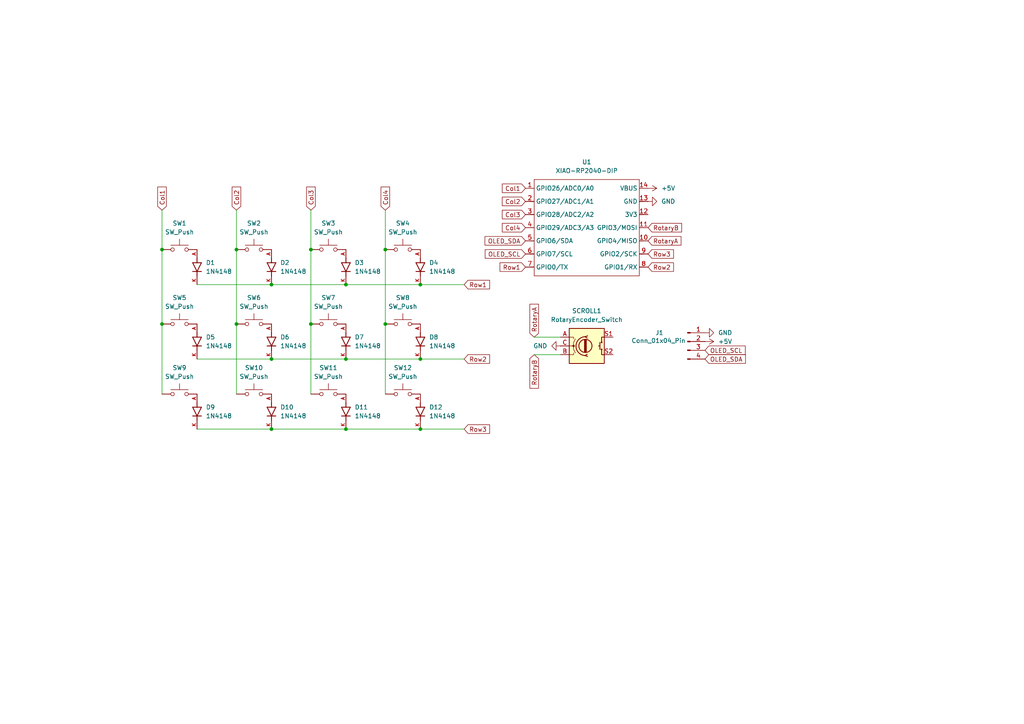
<source format=kicad_sch>
(kicad_sch (version 20250114) (generator "eeschema") (generator_version "9.0")
  (paper "A4")
  (lib_symbols
    (symbol "1N4148:1N4148" (pin_names (offset 1.016))
      (property "Reference" "D" (at -5.08 2.54 0))
      (property "Value" "1N4148" (at -5.08 -3.81 0))
      (symbol "1N4148_0_0"
        (polyline (pts (xy -2.54 0) (xy -1.27 0)) (stroke (width 0.254)))
        (polyline (pts (xy -1.27 1.27) (xy -1.27 0)) (stroke (width 0.254)))
        (polyline (pts (xy -1.27 0) (xy -1.27 -1.27)) (stroke (width 0.254)))
        (polyline (pts (xy -1.27 -1.27) (xy 1.27 0)) (stroke (width 0.254)))
        (polyline (pts (xy 1.27 1.27) (xy 1.27 0)) (stroke (width 0.254)))
        (polyline (pts (xy 1.27 0) (xy -1.27 1.27)) (stroke (width 0.254)))
        (polyline (pts (xy 1.27 0) (xy 1.27 -1.27)) (stroke (width 0.254)))
        (polyline (pts (xy 1.27 0) (xy 2.54 0)) (stroke (width 0.254)))
        (pin passive line (at -5.08 0 0) (length 2.54) (name "~") (number "A"))
        (pin passive line (at 5.08 0 180) (length 2.54) (name "~") (number "K"))
      )
    )
    (symbol "Connector:Conn_01x04_Pin" (pin_names (offset 1.016) (hide yes))
      (property "Reference" "J" (at 0 5.08 0))
      (property "Value" "Conn_01x04_Pin" (at 0 -7.62 0))
      (symbol "Conn_01x04_Pin_1_1"
        (rectangle (start 0.8636 2.667) (end 0 2.413) (stroke (width 0.1524)) (fill (type outline)))
        (rectangle (start 0.8636 0.127) (end 0 -0.127) (stroke (width 0.1524)) (fill (type outline)))
        (rectangle (start 0.8636 -2.413) (end 0 -2.667) (stroke (width 0.1524)) (fill (type outline)))
        (rectangle (start 0.8636 -4.953) (end 0 -5.207) (stroke (width 0.1524)) (fill (type outline)))
        (polyline (pts (xy 1.27 2.54) (xy 0.8636 2.54)) (stroke (width 0.1524)))
        (polyline (pts (xy 1.27 0) (xy 0.8636 0)) (stroke (width 0.1524)))
        (polyline (pts (xy 1.27 -2.54) (xy 0.8636 -2.54)) (stroke (width 0.1524)))
        (polyline (pts (xy 1.27 -5.08) (xy 0.8636 -5.08)) (stroke (width 0.1524)))
        (pin passive line (at 5.08 2.54 180) (length 3.81) (name "Pin_1") (number "1"))
        (pin passive line (at 5.08 0 180) (length 3.81) (name "Pin_2") (number "2"))
        (pin passive line (at 5.08 -2.54 180) (length 3.81) (name "Pin_3") (number "3"))
        (pin passive line (at 5.08 -5.08 180) (length 3.81) (name "Pin_4") (number "4"))
      )
    )
    (symbol "Device:RotaryEncoder_Switch" (pin_names (offset 0.254) (hide yes))
      (property "Reference" "SW" (at 0 6.604 0))
      (property "Value" "RotaryEncoder_Switch" (at 0 -6.604 0))
      (symbol "RotaryEncoder_Switch_0_1"
        (rectangle (start -5.08 5.08) (end 5.08 -5.08) (stroke (width 0.254)) (fill (type background)))
        (polyline (pts (xy -5.08 2.54) (xy -3.81 2.54) (xy -3.81 2.032)))
        (polyline (pts (xy -5.08 0) (xy -3.81 0) (xy -3.81 -1.016) (xy -3.302 -2.032)))
        (polyline (pts (xy -5.08 -2.54) (xy -3.81 -2.54) (xy -3.81 -2.032)))
        (polyline (pts (xy -4.318 0) (xy -3.81 0) (xy -3.81 1.016) (xy -3.302 2.032)))
        (circle (center -3.81 0) (radius 0.254) (fill (type outline)))
        (polyline (pts (xy -0.635 -1.778) (xy -0.635 1.778)) (stroke (width 0.254)))
        (circle (center -0.381 0) (radius 1.905) (stroke (width 0.254)))
        (polyline (pts (xy -0.381 -1.778) (xy -0.381 1.778)) (stroke (width 0.254)))
        (arc (start -0.381 -2.794) (mid -3.0988 -0.0635) (end -0.381 2.667) (stroke (width 0.254)))
        (polyline (pts (xy -0.127 1.778) (xy -0.127 -1.778)) (stroke (width 0.254)))
        (polyline (pts (xy 0.254 2.921) (xy -0.508 2.667) (xy 0.127 2.286)) (stroke (width 0.254)))
        (polyline (pts (xy 0.254 -3.048) (xy -0.508 -2.794) (xy 0.127 -2.413)) (stroke (width 0.254)))
        (polyline (pts (xy 3.81 1.016) (xy 3.81 -1.016)) (stroke (width 0.254)))
        (polyline (pts (xy 3.81 0) (xy 3.429 0)) (stroke (width 0.254)))
        (circle (center 4.318 1.016) (radius 0.127) (stroke (width 0.254)))
        (circle (center 4.318 -1.016) (radius 0.127) (stroke (width 0.254)))
        (polyline (pts (xy 5.08 2.54) (xy 4.318 2.54) (xy 4.318 1.016)) (stroke (width 0.254)))
        (polyline (pts (xy 5.08 -2.54) (xy 4.318 -2.54) (xy 4.318 -1.016)) (stroke (width 0.254)))
      )
      (symbol "RotaryEncoder_Switch_1_1"
        (pin passive line (at -7.62 2.54 0) (length 2.54) (name "A") (number "A"))
        (pin passive line (at -7.62 0 0) (length 2.54) (name "C") (number "C"))
        (pin passive line (at -7.62 -2.54 0) (length 2.54) (name "B") (number "B"))
        (pin passive line (at 7.62 2.54 180) (length 2.54) (name "S1") (number "S1"))
        (pin passive line (at 7.62 -2.54 180) (length 2.54) (name "S2") (number "S2"))
      )
    )
    (symbol "OPL:XIAO-RP2040-DIP"
      (property "Reference" "U" (at 0 0 0))
      (property "Value" "XIAO-RP2040-DIP" (at 5.334 -1.778 0))
      (symbol "XIAO-RP2040-DIP_1_0"
        (polyline (pts (xy -1.27 -2.54) (xy 29.21 -2.54)) (stroke (width 0.1524)))
        (polyline (pts (xy -1.27 -5.08) (xy -2.54 -5.08)) (stroke (width 0.1524)))
        (polyline (pts (xy -1.27 -5.08) (xy -1.27 -2.54)) (stroke (width 0.1524)))
        (polyline (pts (xy -1.27 -8.89) (xy -2.54 -8.89)) (stroke (width 0.1524)))
        (polyline (pts (xy -1.27 -8.89) (xy -1.27 -5.08)) (stroke (width 0.1524)))
        (polyline (pts (xy -1.27 -12.7) (xy -2.54 -12.7)) (stroke (width 0.1524)))
        (polyline (pts (xy -1.27 -12.7) (xy -1.27 -8.89)) (stroke (width 0.1524)))
        (polyline (pts (xy -1.27 -16.51) (xy -2.54 -16.51)) (stroke (width 0.1524)))
        (polyline (pts (xy -1.27 -16.51) (xy -1.27 -12.7)) (stroke (width 0.1524)))
        (polyline (pts (xy -1.27 -20.32) (xy -2.54 -20.32)) (stroke (width 0.1524)))
        (polyline (pts (xy -1.27 -24.13) (xy -2.54 -24.13)) (stroke (width 0.1524)))
        (polyline (pts (xy -1.27 -27.94) (xy -2.54 -27.94)) (stroke (width 0.1524)))
        (polyline (pts (xy -1.27 -30.48) (xy -1.27 -16.51)) (stroke (width 0.1524)))
        (polyline (pts (xy 29.21 -2.54) (xy 29.21 -5.08)) (stroke (width 0.1524)))
        (polyline (pts (xy 29.21 -5.08) (xy 29.21 -8.89)) (stroke (width 0.1524)))
        (polyline (pts (xy 29.21 -8.89) (xy 29.21 -12.7)) (stroke (width 0.1524)))
        (polyline (pts (xy 29.21 -12.7) (xy 29.21 -30.48)) (stroke (width 0.1524)))
        (polyline (pts (xy 29.21 -30.48) (xy -1.27 -30.48)) (stroke (width 0.1524)))
        (polyline (pts (xy 30.48 -5.08) (xy 29.21 -5.08)) (stroke (width 0.1524)))
        (polyline (pts (xy 30.48 -8.89) (xy 29.21 -8.89)) (stroke (width 0.1524)))
        (polyline (pts (xy 30.48 -12.7) (xy 29.21 -12.7)) (stroke (width 0.1524)))
        (polyline (pts (xy 30.48 -16.51) (xy 29.21 -16.51)) (stroke (width 0.1524)))
        (polyline (pts (xy 30.48 -20.32) (xy 29.21 -20.32)) (stroke (width 0.1524)))
        (polyline (pts (xy 30.48 -24.13) (xy 29.21 -24.13)) (stroke (width 0.1524)))
        (polyline (pts (xy 30.48 -27.94) (xy 29.21 -27.94)) (stroke (width 0.1524)))
        (pin passive line (at -3.81 -5.08 0) (length 2.54) (name "GPIO26/ADC0/A0") (number "1"))
        (pin passive line (at -3.81 -8.89 0) (length 2.54) (name "GPIO27/ADC1/A1") (number "2"))
        (pin passive line (at -3.81 -12.7 0) (length 2.54) (name "GPIO28/ADC2/A2") (number "3"))
        (pin passive line (at -3.81 -16.51 0) (length 2.54) (name "GPIO29/ADC3/A3") (number "4"))
        (pin passive line (at -3.81 -20.32 0) (length 2.54) (name "GPIO6/SDA") (number "5"))
        (pin passive line (at -3.81 -24.13 0) (length 2.54) (name "GPIO7/SCL") (number "6"))
        (pin passive line (at -3.81 -27.94 0) (length 2.54) (name "GPIO0/TX") (number "7"))
        (pin passive line (at 31.75 -5.08 180) (length 2.54) (name "VBUS") (number "14"))
        (pin passive line (at 31.75 -8.89 180) (length 2.54) (name "GND") (number "13"))
        (pin passive line (at 31.75 -12.7 180) (length 2.54) (name "3V3") (number "12"))
        (pin passive line (at 31.75 -16.51 180) (length 2.54) (name "GPIO3/MOSI") (number "11"))
        (pin passive line (at 31.75 -20.32 180) (length 2.54) (name "GPIO4/MISO") (number "10"))
        (pin passive line (at 31.75 -24.13 180) (length 2.54) (name "GPIO2/SCK") (number "9"))
        (pin passive line (at 31.75 -27.94 180) (length 2.54) (name "GPIO1/RX") (number "8"))
      )
    )
    (symbol "Switch:SW_Push" (pin_numbers (hide yes)) (pin_names (offset 1.016) (hide yes))
      (property "Reference" "SW" (at 1.27 2.54 0))
      (property "Value" "SW_Push" (at 0 -1.524 0))
      (symbol "SW_Push_0_1"
        (circle (center -2.032 0) (radius 0.508))
        (polyline (pts (xy 0 1.27) (xy 0 3.048)))
        (circle (center 2.032 0) (radius 0.508))
        (polyline (pts (xy 2.54 1.27) (xy -2.54 1.27)))
        (pin passive line (at -5.08 0 0) (length 2.54) (name "1") (number "1"))
        (pin passive line (at 5.08 0 180) (length 2.54) (name "2") (number "2"))
      )
    )
    (symbol "power:+5V" (power) (pin_numbers (hide yes)) (pin_names (offset 0) (hide yes))
      (property "Value" "+5V" (at 0 3.556 0))
      (symbol "+5V_0_1"
        (polyline (pts (xy -0.762 1.27) (xy 0 2.54)))
        (polyline (pts (xy 0 2.54) (xy 0.762 1.27)))
        (polyline (pts (xy 0 0) (xy 0 2.54)))
      )
      (symbol "+5V_1_1"
        (pin power_in line (at 0 0 90) (length 0) (name "~") (number "1"))
      )
    )
    (symbol "power:GND" (power) (pin_numbers (hide yes)) (pin_names (offset 0) (hide yes))
      (property "Value" "GND" (at 0 -3.81 0))
      (symbol "GND_0_1"
        (polyline (pts (xy 0 0) (xy 0 -1.27) (xy 1.27 -1.27) (xy 0 -2.54) (xy -1.27 -1.27) (xy 0 -1.27)))
      )
      (symbol "GND_1_1"
        (pin power_in line (at 0 0 270) (length 0) (name "~") (number "1"))
      )
    )
  )
  (junction (at 121.92 104.14))
  (junction (at 78.74 124.46))
  (junction (at 100.33 104.14))
  (junction (at 68.58 72.39))
  (junction (at 121.92 82.55))
  (junction (at 46.99 93.98))
  (junction (at 111.76 72.39))
  (junction (at 78.74 104.14))
  (junction (at 100.33 82.55))
  (junction (at 68.58 93.98))
  (junction (at 46.99 72.39))
  (junction (at 100.33 124.46))
  (junction (at 90.17 72.39))
  (junction (at 90.17 93.98))
  (junction (at 121.92 124.46))
  (junction (at 78.74 82.55))
  (junction (at 111.76 93.98))
  (wire (pts (xy 46.99 93.98) (xy 46.99 114.3)))
  (wire (pts (xy 57.15 104.14) (xy 78.74 104.14)))
  (wire (pts (xy 68.58 93.98) (xy 68.58 114.3)))
  (wire (pts (xy 57.15 82.55) (xy 78.74 82.55)))
  (wire (pts (xy 90.17 60.96) (xy 90.17 72.39)))
  (wire (pts (xy 121.92 104.14) (xy 134.62 104.14)))
  (wire (pts (xy 68.58 60.96) (xy 68.58 72.39)))
  (wire (pts (xy 154.94 102.87) (xy 162.56 102.87)))
  (wire (pts (xy 78.74 124.46) (xy 100.33 124.46)))
  (wire (pts (xy 154.94 97.79) (xy 162.56 97.79)))
  (wire (pts (xy 78.74 82.55) (xy 100.33 82.55)))
  (wire (pts (xy 57.15 124.46) (xy 78.74 124.46)))
  (wire (pts (xy 90.17 72.39) (xy 90.17 93.98)))
  (wire (pts (xy 68.58 72.39) (xy 68.58 93.98)))
  (wire (pts (xy 46.99 60.96) (xy 46.99 72.39)))
  (wire (pts (xy 121.92 124.46) (xy 134.62 124.46)))
  (wire (pts (xy 111.76 72.39) (xy 111.76 93.98)))
  (wire (pts (xy 111.76 60.96) (xy 111.76 72.39)))
  (wire (pts (xy 100.33 82.55) (xy 121.92 82.55)))
  (wire (pts (xy 90.17 93.98) (xy 90.17 114.3)))
  (wire (pts (xy 121.92 82.55) (xy 134.62 82.55)))
  (wire (pts (xy 78.74 104.14) (xy 100.33 104.14)))
  (wire (pts (xy 46.99 72.39) (xy 46.99 93.98)))
  (wire (pts (xy 100.33 104.14) (xy 121.92 104.14)))
  (wire (pts (xy 100.33 124.46) (xy 121.92 124.46)))
  (wire (pts (xy 111.76 93.98) (xy 111.76 114.3)))
  (global_label "Col1" (shape input) (at 152.4 54.61 180) (property "Intersheetrefs" "${INTERSHEET_REFS}" (effects (hide yes))))
  (global_label "RotaryB" (shape input) (at 154.94 102.87 270) (property "Intersheetrefs" "${INTERSHEET_REFS}" (effects (hide yes))))
  (global_label "Col4" (shape input) (at 111.76 60.96 90) (property "Intersheetrefs" "${INTERSHEET_REFS}" (effects (hide yes))))
  (global_label "OLED_SCL" (shape input) (at 204.47 101.6 0) (property "Intersheetrefs" "${INTERSHEET_REFS}" (effects (hide yes))))
  (global_label "RotaryA" (shape input) (at 187.96 69.85 0) (property "Intersheetrefs" "${INTERSHEET_REFS}" (effects (hide yes))))
  (global_label "Row3" (shape input) (at 187.96 73.66 0) (property "Intersheetrefs" "${INTERSHEET_REFS}" (effects (hide yes))))
  (global_label "Col1" (shape input) (at 46.99 60.96 90) (property "Intersheetrefs" "${INTERSHEET_REFS}" (effects (hide yes))))
  (global_label "OLED_SCL" (shape input) (at 152.4 73.66 180) (property "Intersheetrefs" "${INTERSHEET_REFS}" (effects (hide yes))))
  (global_label "Col2" (shape input) (at 68.58 60.96 90) (property "Intersheetrefs" "${INTERSHEET_REFS}" (effects (hide yes))))
  (global_label "Col4" (shape input) (at 152.4 66.04 180) (property "Intersheetrefs" "${INTERSHEET_REFS}" (effects (hide yes))))
  (global_label "RotaryB" (shape input) (at 187.96 66.04 0) (property "Intersheetrefs" "${INTERSHEET_REFS}" (effects (hide yes))))
  (global_label "Row2" (shape input) (at 134.62 104.14 0) (property "Intersheetrefs" "${INTERSHEET_REFS}" (effects (hide yes))))
  (global_label "Row1" (shape input) (at 134.62 82.55 0) (property "Intersheetrefs" "${INTERSHEET_REFS}" (effects (hide yes))))
  (global_label "RotaryA" (shape input) (at 154.94 97.79 90) (property "Intersheetrefs" "${INTERSHEET_REFS}" (effects (hide yes))))
  (global_label "Row2" (shape input) (at 187.96 77.47 0) (property "Intersheetrefs" "${INTERSHEET_REFS}" (effects (hide yes))))
  (global_label "Col3" (shape input) (at 90.17 60.96 90) (property "Intersheetrefs" "${INTERSHEET_REFS}" (effects (hide yes))))
  (global_label "Col3" (shape input) (at 152.4 62.23 180) (property "Intersheetrefs" "${INTERSHEET_REFS}" (effects (hide yes))))
  (global_label "Row1" (shape input) (at 152.4 77.47 180) (property "Intersheetrefs" "${INTERSHEET_REFS}" (effects (hide yes))))
  (global_label "OLED_SDA" (shape input) (at 152.4 69.85 180) (property "Intersheetrefs" "${INTERSHEET_REFS}" (effects (hide yes))))
  (global_label "Row3" (shape input) (at 134.62 124.46 0) (property "Intersheetrefs" "${INTERSHEET_REFS}" (effects (hide yes))))
  (global_label "OLED_SDA" (shape input) (at 204.47 104.14 0) (property "Intersheetrefs" "${INTERSHEET_REFS}" (effects (hide yes))))
  (global_label "Col2" (shape input) (at 152.4 58.42 180) (property "Intersheetrefs" "${INTERSHEET_REFS}" (effects (hide yes))))
  (symbol (lib_id "1N4148:1N4148") (at 121.92 99.06 270) (unit 1)
    (property "Reference" "D8" (at 124.46 97.7899 90) (effects (justify left)))
    (property "Value" "1N4148" (at 124.46 100.3299 90) (effects (justify left)))
    (property "Footprint" "1N4148:DIOAD753W49L380D172B" (effects (hide yes)))
    (property "MF" "onsemi" (effects (hide yes)))
    (property "MAXIMUM_PACKAGE_HEIGHT" "1.91mm" (effects (hide yes)))
    (property "Package" "AXIAL LEAD-2 ON Semiconductor" (effects (hide yes)))
    (property "Price" "None" (effects (hide yes)))
    (property "Check_prices" "https://www.snapeda.com/parts/1N4148/Onsemi/view-part/?ref=eda" (effects (hide yes)))
    (property "STANDARD" "IPC-7351B" (effects (hide yes)))
    (property "PARTREV" "5" (effects (hide yes)))
    (property "SnapEDA_Link" "https://www.snapeda.com/parts/1N4148/Onsemi/view-part/?ref=snap" (effects (hide yes)))
    (property "MP" "1N4148" (effects (hide yes)))
    (property "Description_1" "Diode Standard 75V 200mA Surface Mount SOD-523F" (effects (hide yes)))
    (property "Availability" "In Stock" (effects (hide yes)))
    (property "MANUFACTURER" "Onsemi" (effects (hide yes)))
  )
  (symbol (lib_id "Device:RotaryEncoder_Switch") (at 170.18 100.33 0) (unit 1)
    (property "Reference" "SCROLL1" (at 170.18 90.17 0))
    (property "Value" "RotaryEncoder_Switch" (at 170.18 92.71 0))
    (property "Footprint" "Rotary_Encoder:RotaryEncoder_Alps_EC11E-Switch_Vertical_H20mm" (effects (hide yes)))
    (property "Description" "Rotary encoder, dual channel, incremental quadrate outputs, with switch" (effects (hide yes)))
  )
  (symbol (lib_id "Switch:SW_Push") (at 116.84 72.39 0) (unit 1)
    (property "Reference" "SW4" (at 116.84 64.77 0))
    (property "Value" "SW_Push" (at 116.84 67.31 0))
    (property "Footprint" "Button_Switch_Keyboard:SW_Cherry_MX_1.00u_PCB" (effects (hide yes)))
    (property "Description" "Push button switch, generic, two pins" (effects (hide yes)))
  )
  (symbol (lib_id "Switch:SW_Push") (at 95.25 72.39 0) (unit 1)
    (property "Reference" "SW3" (at 95.25 64.77 0))
    (property "Value" "SW_Push" (at 95.25 67.31 0))
    (property "Footprint" "Button_Switch_Keyboard:SW_Cherry_MX_1.00u_PCB" (effects (hide yes)))
    (property "Description" "Push button switch, generic, two pins" (effects (hide yes)))
  )
  (symbol (lib_id "Switch:SW_Push") (at 73.66 72.39 0) (unit 1)
    (property "Reference" "SW2" (at 73.66 64.77 0))
    (property "Value" "SW_Push" (at 73.66 67.31 0))
    (property "Footprint" "Button_Switch_Keyboard:SW_Cherry_MX_1.00u_PCB" (effects (hide yes)))
    (property "Description" "Push button switch, generic, two pins" (effects (hide yes)))
  )
  (symbol (lib_id "Switch:SW_Push") (at 116.84 114.3 0) (unit 1)
    (property "Reference" "SW12" (at 116.84 106.68 0))
    (property "Value" "SW_Push" (at 116.84 109.22 0))
    (property "Footprint" "Button_Switch_Keyboard:SW_Cherry_MX_1.00u_PCB" (effects (hide yes)))
    (property "Description" "Push button switch, generic, two pins" (effects (hide yes)))
  )
  (symbol (lib_id "1N4148:1N4148") (at 57.15 99.06 270) (unit 1)
    (property "Reference" "D5" (at 59.69 97.7899 90) (effects (justify left)))
    (property "Value" "1N4148" (at 59.69 100.3299 90) (effects (justify left)))
    (property "Footprint" "1N4148:DIOAD753W49L380D172B" (effects (hide yes)))
    (property "MF" "onsemi" (effects (hide yes)))
    (property "MAXIMUM_PACKAGE_HEIGHT" "1.91mm" (effects (hide yes)))
    (property "Package" "AXIAL LEAD-2 ON Semiconductor" (effects (hide yes)))
    (property "Price" "None" (effects (hide yes)))
    (property "Check_prices" "https://www.snapeda.com/parts/1N4148/Onsemi/view-part/?ref=eda" (effects (hide yes)))
    (property "STANDARD" "IPC-7351B" (effects (hide yes)))
    (property "PARTREV" "5" (effects (hide yes)))
    (property "SnapEDA_Link" "https://www.snapeda.com/parts/1N4148/Onsemi/view-part/?ref=snap" (effects (hide yes)))
    (property "MP" "1N4148" (effects (hide yes)))
    (property "Description_1" "Diode Standard 75V 200mA Surface Mount SOD-523F" (effects (hide yes)))
    (property "Availability" "In Stock" (effects (hide yes)))
    (property "MANUFACTURER" "Onsemi" (effects (hide yes)))
  )
  (symbol (lib_id "Switch:SW_Push") (at 95.25 114.3 0) (unit 1)
    (property "Reference" "SW11" (at 95.25 106.68 0))
    (property "Value" "SW_Push" (at 95.25 109.22 0))
    (property "Footprint" "Button_Switch_Keyboard:SW_Cherry_MX_1.00u_PCB" (effects (hide yes)))
    (property "Description" "Push button switch, generic, two pins" (effects (hide yes)))
  )
  (symbol (lib_id "1N4148:1N4148") (at 121.92 119.38 270) (unit 1)
    (property "Reference" "D12" (at 124.46 118.1099 90) (effects (justify left)))
    (property "Value" "1N4148" (at 124.46 120.6499 90) (effects (justify left)))
    (property "Footprint" "1N4148:DIOAD753W49L380D172B" (effects (hide yes)))
    (property "MF" "onsemi" (effects (hide yes)))
    (property "MAXIMUM_PACKAGE_HEIGHT" "1.91mm" (effects (hide yes)))
    (property "Package" "AXIAL LEAD-2 ON Semiconductor" (effects (hide yes)))
    (property "Price" "None" (effects (hide yes)))
    (property "Check_prices" "https://www.snapeda.com/parts/1N4148/Onsemi/view-part/?ref=eda" (effects (hide yes)))
    (property "STANDARD" "IPC-7351B" (effects (hide yes)))
    (property "PARTREV" "5" (effects (hide yes)))
    (property "SnapEDA_Link" "https://www.snapeda.com/parts/1N4148/Onsemi/view-part/?ref=snap" (effects (hide yes)))
    (property "MP" "1N4148" (effects (hide yes)))
    (property "Description_1" "Diode Standard 75V 200mA Surface Mount SOD-523F" (effects (hide yes)))
    (property "Availability" "In Stock" (effects (hide yes)))
    (property "MANUFACTURER" "Onsemi" (effects (hide yes)))
  )
  (symbol (lib_id "power:GND") (at 187.96 58.42 90) (unit 1)
    (property "Reference" "#PWR04" (effects (hide yes)))
    (property "Value" "GND" (at 191.77 58.4199 90) (effects (justify right)))
    (property "Description" "Power symbol creates a global label with name \"GND\" , ground" (effects (hide yes)))
  )
  (symbol (lib_id "1N4148:1N4148") (at 78.74 119.38 270) (unit 1)
    (property "Reference" "D10" (at 81.28 118.1099 90) (effects (justify left)))
    (property "Value" "1N4148" (at 81.28 120.6499 90) (effects (justify left)))
    (property "Footprint" "1N4148:DIOAD753W49L380D172B" (effects (hide yes)))
    (property "MF" "onsemi" (effects (hide yes)))
    (property "MAXIMUM_PACKAGE_HEIGHT" "1.91mm" (effects (hide yes)))
    (property "Package" "AXIAL LEAD-2 ON Semiconductor" (effects (hide yes)))
    (property "Price" "None" (effects (hide yes)))
    (property "Check_prices" "https://www.snapeda.com/parts/1N4148/Onsemi/view-part/?ref=eda" (effects (hide yes)))
    (property "STANDARD" "IPC-7351B" (effects (hide yes)))
    (property "PARTREV" "5" (effects (hide yes)))
    (property "SnapEDA_Link" "https://www.snapeda.com/parts/1N4148/Onsemi/view-part/?ref=snap" (effects (hide yes)))
    (property "MP" "1N4148" (effects (hide yes)))
    (property "Description_1" "Diode Standard 75V 200mA Surface Mount SOD-523F" (effects (hide yes)))
    (property "Availability" "In Stock" (effects (hide yes)))
    (property "MANUFACTURER" "Onsemi" (effects (hide yes)))
  )
  (symbol (lib_id "Switch:SW_Push") (at 52.07 72.39 0) (unit 1)
    (property "Reference" "SW1" (at 52.07 64.77 0))
    (property "Value" "SW_Push" (at 52.07 67.31 0))
    (property "Footprint" "Button_Switch_Keyboard:SW_Cherry_MX_1.00u_PCB" (effects (hide yes)))
    (property "Description" "Push button switch, generic, two pins" (effects (hide yes)))
  )
  (symbol (lib_id "1N4148:1N4148") (at 57.15 119.38 270) (unit 1)
    (property "Reference" "D9" (at 59.69 118.1099 90) (effects (justify left)))
    (property "Value" "1N4148" (at 59.69 120.6499 90) (effects (justify left)))
    (property "Footprint" "1N4148:DIOAD753W49L380D172B" (effects (hide yes)))
    (property "MF" "onsemi" (effects (hide yes)))
    (property "MAXIMUM_PACKAGE_HEIGHT" "1.91mm" (effects (hide yes)))
    (property "Package" "AXIAL LEAD-2 ON Semiconductor" (effects (hide yes)))
    (property "Price" "None" (effects (hide yes)))
    (property "Check_prices" "https://www.snapeda.com/parts/1N4148/Onsemi/view-part/?ref=eda" (effects (hide yes)))
    (property "STANDARD" "IPC-7351B" (effects (hide yes)))
    (property "PARTREV" "5" (effects (hide yes)))
    (property "SnapEDA_Link" "https://www.snapeda.com/parts/1N4148/Onsemi/view-part/?ref=snap" (effects (hide yes)))
    (property "MP" "1N4148" (effects (hide yes)))
    (property "Description_1" "Diode Standard 75V 200mA Surface Mount SOD-523F" (effects (hide yes)))
    (property "Availability" "In Stock" (effects (hide yes)))
    (property "MANUFACTURER" "Onsemi" (effects (hide yes)))
  )
  (symbol (lib_id "1N4148:1N4148") (at 100.33 77.47 270) (unit 1)
    (property "Reference" "D3" (at 102.87 76.1999 90) (effects (justify left)))
    (property "Value" "1N4148" (at 102.87 78.7399 90) (effects (justify left)))
    (property "Footprint" "1N4148:DIOAD753W49L380D172B" (effects (hide yes)))
    (property "MF" "onsemi" (effects (hide yes)))
    (property "MAXIMUM_PACKAGE_HEIGHT" "1.91mm" (effects (hide yes)))
    (property "Package" "AXIAL LEAD-2 ON Semiconductor" (effects (hide yes)))
    (property "Price" "None" (effects (hide yes)))
    (property "Check_prices" "https://www.snapeda.com/parts/1N4148/Onsemi/view-part/?ref=eda" (effects (hide yes)))
    (property "STANDARD" "IPC-7351B" (effects (hide yes)))
    (property "PARTREV" "5" (effects (hide yes)))
    (property "SnapEDA_Link" "https://www.snapeda.com/parts/1N4148/Onsemi/view-part/?ref=snap" (effects (hide yes)))
    (property "MP" "1N4148" (effects (hide yes)))
    (property "Description_1" "Diode Standard 75V 200mA Surface Mount SOD-523F" (effects (hide yes)))
    (property "Availability" "In Stock" (effects (hide yes)))
    (property "MANUFACTURER" "Onsemi" (effects (hide yes)))
  )
  (symbol (lib_id "power:+5V") (at 204.47 99.06 270) (unit 1)
    (property "Reference" "#PWR01" (effects (hide yes)))
    (property "Value" "+5V" (at 208.28 99.0599 90) (effects (justify left)))
    (property "Description" "Power symbol creates a global label with name \"+5V\"" (effects (hide yes)))
  )
  (symbol (lib_id "Connector:Conn_01x04_Pin") (at 199.39 99.06 0) (unit 1)
    (property "Reference" "J1" (at 191.262 96.52 0))
    (property "Value" "Conn_01x04_Pin" (at 191.008 98.806 0))
    (property "Footprint" "OLED Display:SSD1306-0.91-OLED-4pin-128x32" (effects (hide yes)))
    (property "Description" "Generic connector, single row, 01x04, script generated" (effects (hide yes)))
  )
  (symbol (lib_id "1N4148:1N4148") (at 121.92 77.47 270) (unit 1)
    (property "Reference" "D4" (at 124.46 76.1999 90) (effects (justify left)))
    (property "Value" "1N4148" (at 124.46 78.7399 90) (effects (justify left)))
    (property "Footprint" "1N4148:DIOAD753W49L380D172B" (effects (hide yes)))
    (property "MF" "onsemi" (effects (hide yes)))
    (property "MAXIMUM_PACKAGE_HEIGHT" "1.91mm" (effects (hide yes)))
    (property "Package" "AXIAL LEAD-2 ON Semiconductor" (effects (hide yes)))
    (property "Price" "None" (effects (hide yes)))
    (property "Check_prices" "https://www.snapeda.com/parts/1N4148/Onsemi/view-part/?ref=eda" (effects (hide yes)))
    (property "STANDARD" "IPC-7351B" (effects (hide yes)))
    (property "PARTREV" "5" (effects (hide yes)))
    (property "SnapEDA_Link" "https://www.snapeda.com/parts/1N4148/Onsemi/view-part/?ref=snap" (effects (hide yes)))
    (property "MP" "1N4148" (effects (hide yes)))
    (property "Description_1" "Diode Standard 75V 200mA Surface Mount SOD-523F" (effects (hide yes)))
    (property "Availability" "In Stock" (effects (hide yes)))
    (property "MANUFACTURER" "Onsemi" (effects (hide yes)))
  )
  (symbol (lib_id "Switch:SW_Push") (at 52.07 114.3 0) (unit 1)
    (property "Reference" "SW9" (at 52.07 106.68 0))
    (property "Value" "SW_Push" (at 52.07 109.22 0))
    (property "Footprint" "Button_Switch_Keyboard:SW_Cherry_MX_1.00u_PCB" (effects (hide yes)))
    (property "Description" "Push button switch, generic, two pins" (effects (hide yes)))
  )
  (symbol (lib_id "1N4148:1N4148") (at 78.74 99.06 270) (unit 1)
    (property "Reference" "D6" (at 81.28 97.7899 90) (effects (justify left)))
    (property "Value" "1N4148" (at 81.28 100.3299 90) (effects (justify left)))
    (property "Footprint" "1N4148:DIOAD753W49L380D172B" (effects (hide yes)))
    (property "MF" "onsemi" (effects (hide yes)))
    (property "MAXIMUM_PACKAGE_HEIGHT" "1.91mm" (effects (hide yes)))
    (property "Package" "AXIAL LEAD-2 ON Semiconductor" (effects (hide yes)))
    (property "Price" "None" (effects (hide yes)))
    (property "Check_prices" "https://www.snapeda.com/parts/1N4148/Onsemi/view-part/?ref=eda" (effects (hide yes)))
    (property "STANDARD" "IPC-7351B" (effects (hide yes)))
    (property "PARTREV" "5" (effects (hide yes)))
    (property "SnapEDA_Link" "https://www.snapeda.com/parts/1N4148/Onsemi/view-part/?ref=snap" (effects (hide yes)))
    (property "MP" "1N4148" (effects (hide yes)))
    (property "Description_1" "Diode Standard 75V 200mA Surface Mount SOD-523F" (effects (hide yes)))
    (property "Availability" "In Stock" (effects (hide yes)))
    (property "MANUFACTURER" "Onsemi" (effects (hide yes)))
  )
  (symbol (lib_id "OPL:XIAO-RP2040-DIP") (at 156.21 49.53 0) (unit 1)
    (property "Reference" "U1" (at 170.18 46.99 0))
    (property "Value" "XIAO-RP2040-DIP" (at 170.18 49.53 0))
    (property "Footprint" "OPL:XIAO-RP2040-DIP" (effects (hide yes)))
  )
  (symbol (lib_id "Switch:SW_Push") (at 52.07 93.98 0) (unit 1)
    (property "Reference" "SW5" (at 52.07 86.36 0))
    (property "Value" "SW_Push" (at 52.07 88.9 0))
    (property "Footprint" "Button_Switch_Keyboard:SW_Cherry_MX_1.00u_PCB" (effects (hide yes)))
    (property "Description" "Push button switch, generic, two pins" (effects (hide yes)))
  )
  (symbol (lib_id "Switch:SW_Push") (at 73.66 93.98 0) (unit 1)
    (property "Reference" "SW6" (at 73.66 86.36 0))
    (property "Value" "SW_Push" (at 73.66 88.9 0))
    (property "Footprint" "Button_Switch_Keyboard:SW_Cherry_MX_1.00u_PCB" (effects (hide yes)))
    (property "Description" "Push button switch, generic, two pins" (effects (hide yes)))
  )
  (symbol (lib_id "1N4148:1N4148") (at 100.33 119.38 270) (unit 1)
    (property "Reference" "D11" (at 102.87 118.1099 90) (effects (justify left)))
    (property "Value" "1N4148" (at 102.87 120.6499 90) (effects (justify left)))
    (property "Footprint" "1N4148:DIOAD753W49L380D172B" (effects (hide yes)))
    (property "MF" "onsemi" (effects (hide yes)))
    (property "MAXIMUM_PACKAGE_HEIGHT" "1.91mm" (effects (hide yes)))
    (property "Package" "AXIAL LEAD-2 ON Semiconductor" (effects (hide yes)))
    (property "Price" "None" (effects (hide yes)))
    (property "Check_prices" "https://www.snapeda.com/parts/1N4148/Onsemi/view-part/?ref=eda" (effects (hide yes)))
    (property "STANDARD" "IPC-7351B" (effects (hide yes)))
    (property "PARTREV" "5" (effects (hide yes)))
    (property "SnapEDA_Link" "https://www.snapeda.com/parts/1N4148/Onsemi/view-part/?ref=snap" (effects (hide yes)))
    (property "MP" "1N4148" (effects (hide yes)))
    (property "Description_1" "Diode Standard 75V 200mA Surface Mount SOD-523F" (effects (hide yes)))
    (property "Availability" "In Stock" (effects (hide yes)))
    (property "MANUFACTURER" "Onsemi" (effects (hide yes)))
  )
  (symbol (lib_id "power:GND") (at 204.47 96.52 90) (unit 1)
    (property "Reference" "#PWR02" (effects (hide yes)))
    (property "Value" "GND" (at 208.28 96.5199 90) (effects (justify right)))
    (property "Description" "Power symbol creates a global label with name \"GND\" , ground" (effects (hide yes)))
  )
  (symbol (lib_id "1N4148:1N4148") (at 78.74 77.47 270) (unit 1)
    (property "Reference" "D2" (at 81.28 76.1999 90) (effects (justify left)))
    (property "Value" "1N4148" (at 81.28 78.7399 90) (effects (justify left)))
    (property "Footprint" "1N4148:DIOAD753W49L380D172B" (effects (hide yes)))
    (property "MF" "onsemi" (effects (hide yes)))
    (property "MAXIMUM_PACKAGE_HEIGHT" "1.91mm" (effects (hide yes)))
    (property "Package" "AXIAL LEAD-2 ON Semiconductor" (effects (hide yes)))
    (property "Price" "None" (effects (hide yes)))
    (property "Check_prices" "https://www.snapeda.com/parts/1N4148/Onsemi/view-part/?ref=eda" (effects (hide yes)))
    (property "STANDARD" "IPC-7351B" (effects (hide yes)))
    (property "PARTREV" "5" (effects (hide yes)))
    (property "SnapEDA_Link" "https://www.snapeda.com/parts/1N4148/Onsemi/view-part/?ref=snap" (effects (hide yes)))
    (property "MP" "1N4148" (effects (hide yes)))
    (property "Description_1" "Diode Standard 75V 200mA Surface Mount SOD-523F" (effects (hide yes)))
    (property "Availability" "In Stock" (effects (hide yes)))
    (property "MANUFACTURER" "Onsemi" (effects (hide yes)))
  )
  (symbol (lib_id "Switch:SW_Push") (at 95.25 93.98 0) (unit 1)
    (property "Reference" "SW7" (at 95.25 86.36 0))
    (property "Value" "SW_Push" (at 95.25 88.9 0))
    (property "Footprint" "Button_Switch_Keyboard:SW_Cherry_MX_1.00u_PCB" (effects (hide yes)))
    (property "Description" "Push button switch, generic, two pins" (effects (hide yes)))
  )
  (symbol (lib_id "1N4148:1N4148") (at 100.33 99.06 270) (unit 1)
    (property "Reference" "D7" (at 102.87 97.7899 90) (effects (justify left)))
    (property "Value" "1N4148" (at 102.87 100.3299 90) (effects (justify left)))
    (property "Footprint" "1N4148:DIOAD753W49L380D172B" (effects (hide yes)))
    (property "MF" "onsemi" (effects (hide yes)))
    (property "MAXIMUM_PACKAGE_HEIGHT" "1.91mm" (effects (hide yes)))
    (property "Package" "AXIAL LEAD-2 ON Semiconductor" (effects (hide yes)))
    (property "Price" "None" (effects (hide yes)))
    (property "Check_prices" "https://www.snapeda.com/parts/1N4148/Onsemi/view-part/?ref=eda" (effects (hide yes)))
    (property "STANDARD" "IPC-7351B" (effects (hide yes)))
    (property "PARTREV" "5" (effects (hide yes)))
    (property "SnapEDA_Link" "https://www.snapeda.com/parts/1N4148/Onsemi/view-part/?ref=snap" (effects (hide yes)))
    (property "MP" "1N4148" (effects (hide yes)))
    (property "Description_1" "Diode Standard 75V 200mA Surface Mount SOD-523F" (effects (hide yes)))
    (property "Availability" "In Stock" (effects (hide yes)))
    (property "MANUFACTURER" "Onsemi" (effects (hide yes)))
  )
  (symbol (lib_id "power:+5V") (at 187.96 54.61 270) (unit 1)
    (property "Reference" "#PWR03" (effects (hide yes)))
    (property "Value" "+5V" (at 191.77 54.6099 90) (effects (justify left)))
    (property "Description" "Power symbol creates a global label with name \"+5V\"" (effects (hide yes)))
  )
  (symbol (lib_id "Switch:SW_Push") (at 73.66 114.3 0) (unit 1)
    (property "Reference" "SW10" (at 73.66 106.68 0))
    (property "Value" "SW_Push" (at 73.66 109.22 0))
    (property "Footprint" "Button_Switch_Keyboard:SW_Cherry_MX_1.00u_PCB" (effects (hide yes)))
    (property "Description" "Push button switch, generic, two pins" (effects (hide yes)))
  )
  (symbol (lib_id "Switch:SW_Push") (at 116.84 93.98 0) (unit 1)
    (property "Reference" "SW8" (at 116.84 86.36 0))
    (property "Value" "SW_Push" (at 116.84 88.9 0))
    (property "Footprint" "Button_Switch_Keyboard:SW_Cherry_MX_1.00u_PCB" (effects (hide yes)))
    (property "Description" "Push button switch, generic, two pins" (effects (hide yes)))
  )
  (symbol (lib_id "power:GND") (at 162.56 100.33 270) (unit 1)
    (property "Reference" "#PWR05" (effects (hide yes)))
    (property "Value" "GND" (at 158.75 100.3299 90) (effects (justify right)))
    (property "Description" "Power symbol creates a global label with name \"GND\" , ground" (effects (hide yes)))
  )
  (symbol (lib_id "1N4148:1N4148") (at 57.15 77.47 270) (unit 1)
    (property "Reference" "D1" (at 59.69 76.1999 90) (effects (justify left)))
    (property "Value" "1N4148" (at 59.69 78.7399 90) (effects (justify left)))
    (property "Footprint" "1N4148:DIOAD753W49L380D172B" (effects (hide yes)))
    (property "MF" "onsemi" (effects (hide yes)))
    (property "MAXIMUM_PACKAGE_HEIGHT" "1.91mm" (effects (hide yes)))
    (property "Package" "AXIAL LEAD-2 ON Semiconductor" (effects (hide yes)))
    (property "Price" "None" (effects (hide yes)))
    (property "Check_prices" "https://www.snapeda.com/parts/1N4148/Onsemi/view-part/?ref=eda" (effects (hide yes)))
    (property "STANDARD" "IPC-7351B" (effects (hide yes)))
    (property "PARTREV" "5" (effects (hide yes)))
    (property "SnapEDA_Link" "https://www.snapeda.com/parts/1N4148/Onsemi/view-part/?ref=snap" (effects (hide yes)))
    (property "MP" "1N4148" (effects (hide yes)))
    (property "Description_1" "Diode Standard 75V 200mA Surface Mount SOD-523F" (effects (hide yes)))
    (property "Availability" "In Stock" (effects (hide yes)))
    (property "MANUFACTURER" "Onsemi" (effects (hide yes)))
  )
)
</source>
